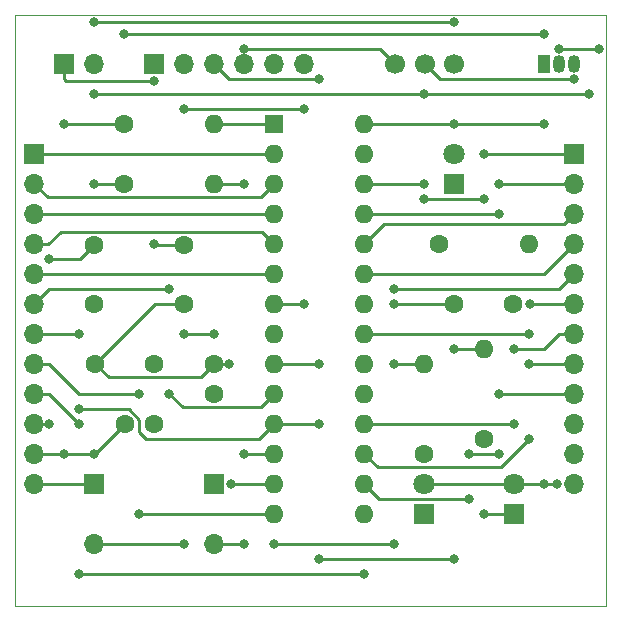
<source format=gbr>
%TF.GenerationSoftware,KiCad,Pcbnew,7.0.1-0*%
%TF.CreationDate,2023-04-17T19:21:01-05:00*%
%TF.ProjectId,project,70726f6a-6563-4742-9e6b-696361645f70,rev?*%
%TF.SameCoordinates,Original*%
%TF.FileFunction,Copper,L1,Top*%
%TF.FilePolarity,Positive*%
%FSLAX46Y46*%
G04 Gerber Fmt 4.6, Leading zero omitted, Abs format (unit mm)*
G04 Created by KiCad (PCBNEW 7.0.1-0) date 2023-04-17 19:21:01*
%MOMM*%
%LPD*%
G01*
G04 APERTURE LIST*
%TA.AperFunction,ComponentPad*%
%ADD10R,1.700000X1.700000*%
%TD*%
%TA.AperFunction,ComponentPad*%
%ADD11O,1.700000X1.700000*%
%TD*%
%TA.AperFunction,ComponentPad*%
%ADD12R,1.050000X1.500000*%
%TD*%
%TA.AperFunction,ComponentPad*%
%ADD13O,1.050000X1.500000*%
%TD*%
%TA.AperFunction,ComponentPad*%
%ADD14C,1.700000*%
%TD*%
%TA.AperFunction,ComponentPad*%
%ADD15C,1.600000*%
%TD*%
%TA.AperFunction,ComponentPad*%
%ADD16O,1.600000X1.600000*%
%TD*%
%TA.AperFunction,ComponentPad*%
%ADD17R,1.600000X1.600000*%
%TD*%
%TA.AperFunction,ComponentPad*%
%ADD18R,1.800000X1.800000*%
%TD*%
%TA.AperFunction,ComponentPad*%
%ADD19C,1.800000*%
%TD*%
%TA.AperFunction,ViaPad*%
%ADD20C,0.800000*%
%TD*%
%TA.AperFunction,Conductor*%
%ADD21C,0.250000*%
%TD*%
%TA.AperFunction,Profile*%
%ADD22C,0.100000*%
%TD*%
G04 APERTURE END LIST*
D10*
%TO.P,U3,1*%
%TO.N,unconnected-(U3-Pad1)*%
X111760000Y-104140000D03*
D11*
%TO.P,U3,2,U1TX*%
%TO.N,/U1TX*%
X114300000Y-104140000D03*
%TO.P,U3,3,U1RX*%
%TO.N,/U1RX*%
X116840000Y-104140000D03*
%TO.P,U3,4,5V*%
%TO.N,+5V*%
X119380000Y-104140000D03*
%TO.P,U3,5*%
%TO.N,unconnected-(U3-Pad5)*%
X121920000Y-104140000D03*
%TO.P,U3,6,GND*%
%TO.N,GND*%
X124460000Y-104140000D03*
%TD*%
D12*
%TO.P,U2,1,VO*%
%TO.N,+3.3V*%
X144780000Y-104140000D03*
D13*
%TO.P,U2,2,GND*%
%TO.N,GND*%
X146050000Y-104140000D03*
%TO.P,U2,3,VI*%
%TO.N,/Vin*%
X147320000Y-104140000D03*
%TD*%
D14*
%TO.P,SW3,1,A*%
%TO.N,+5V*%
X132160000Y-104140000D03*
%TO.P,SW3,2,B*%
%TO.N,/Vin*%
X134660000Y-104140000D03*
%TO.P,SW3,3,C*%
%TO.N,Net-(Battery1-1)*%
X137160000Y-104140000D03*
%TD*%
D10*
%TO.P,SW2,1,1*%
%TO.N,GND*%
X116840000Y-139700000D03*
D11*
%TO.P,SW2,2,2*%
%TO.N,/USER*%
X116840000Y-144780000D03*
%TD*%
D10*
%TO.P,SW1,1,1*%
%TO.N,GND*%
X106680000Y-139700000D03*
D11*
%TO.P,SW1,2,2*%
%TO.N,/MCLR*%
X106680000Y-144780000D03*
%TD*%
D10*
%TO.P,Right1,1*%
%TO.N,/B15*%
X147320000Y-111760000D03*
D11*
%TO.P,Right1,2*%
%TO.N,/B14*%
X147320000Y-114300000D03*
%TO.P,Right1,3*%
%TO.N,/B13*%
X147320000Y-116840000D03*
%TO.P,Right1,4*%
%TO.N,/B12*%
X147320000Y-119380000D03*
%TO.P,Right1,5*%
%TO.N,/B11*%
X147320000Y-121920000D03*
%TO.P,Right1,6*%
%TO.N,/B10*%
X147320000Y-124460000D03*
%TO.P,Right1,7*%
%TO.N,/B9*%
X147320000Y-127000000D03*
%TO.P,Right1,8*%
%TO.N,/B8*%
X147320000Y-129540000D03*
%TO.P,Right1,9*%
%TO.N,/B7*%
X147320000Y-132080000D03*
%TO.P,Right1,10*%
%TO.N,/Vin*%
X147320000Y-134620000D03*
%TO.P,Right1,11*%
%TO.N,+3.3V*%
X147320000Y-137160000D03*
%TO.P,Right1,12*%
%TO.N,GND*%
X147320000Y-139700000D03*
%TD*%
D15*
%TO.P,R5,1*%
%TO.N,Net-(D3-K)*%
X135890000Y-119380000D03*
D16*
%TO.P,R5,2*%
%TO.N,GND*%
X143510000Y-119380000D03*
%TD*%
D15*
%TO.P,R4,1*%
%TO.N,Net-(D2-K)*%
X134620000Y-137160000D03*
D16*
%TO.P,R4,2*%
%TO.N,/YLW_LED*%
X134620000Y-129540000D03*
%TD*%
D15*
%TO.P,R3,1*%
%TO.N,Net-(D1-K)*%
X139700000Y-135890000D03*
D16*
%TO.P,R3,2*%
%TO.N,/GRN_LED*%
X139700000Y-128270000D03*
%TD*%
D15*
%TO.P,R2,1*%
%TO.N,+3.3V*%
X109220000Y-114300000D03*
D16*
%TO.P,R2,2*%
%TO.N,/USER*%
X116840000Y-114300000D03*
%TD*%
D15*
%TO.P,R1,1*%
%TO.N,+3.3V*%
X109220000Y-109220000D03*
D16*
%TO.P,R1,2*%
%TO.N,/MCLR*%
X116840000Y-109220000D03*
%TD*%
D17*
%TO.P,PIC1,1,~{MCLR}*%
%TO.N,/MCLR*%
X121920000Y-109220000D03*
D16*
%TO.P,PIC1,2,A0*%
%TO.N,/A0*%
X121920000Y-111760000D03*
%TO.P,PIC1,3,A1*%
%TO.N,/A1*%
X121920000Y-114300000D03*
%TO.P,PIC1,4,B0*%
%TO.N,/B0*%
X121920000Y-116840000D03*
%TO.P,PIC1,5,B1*%
%TO.N,/B1*%
X121920000Y-119380000D03*
%TO.P,PIC1,6,B2*%
%TO.N,/B2*%
X121920000Y-121920000D03*
%TO.P,PIC1,7,B3*%
%TO.N,/U1TX*%
X121920000Y-124460000D03*
%TO.P,PIC1,8,Vss*%
%TO.N,GND*%
X121920000Y-127000000D03*
%TO.P,PIC1,9,A2*%
%TO.N,/U1RX*%
X121920000Y-129540000D03*
%TO.P,PIC1,10,A3*%
%TO.N,/A3*%
X121920000Y-132080000D03*
%TO.P,PIC1,11,B4*%
%TO.N,/GRN_LED*%
X121920000Y-134620000D03*
%TO.P,PIC1,12,A4*%
%TO.N,/USER*%
X121920000Y-137160000D03*
%TO.P,PIC1,13,Vdd*%
%TO.N,+3.3V*%
X121920000Y-139700000D03*
%TO.P,PIC1,14,B5*%
%TO.N,/YLW_LED*%
X121920000Y-142240000D03*
%TO.P,PIC1,15,B6*%
%TO.N,/B6*%
X129540000Y-142240000D03*
%TO.P,PIC1,16,B7*%
%TO.N,/B7*%
X129540000Y-139700000D03*
%TO.P,PIC1,17,B8*%
%TO.N,/B8*%
X129540000Y-137160000D03*
%TO.P,PIC1,18,B9*%
%TO.N,/B9*%
X129540000Y-134620000D03*
%TO.P,PIC1,19,Vss*%
%TO.N,GND*%
X129540000Y-132080000D03*
%TO.P,PIC1,20,Vcap*%
%TO.N,Net-(PIC1-Vcap)*%
X129540000Y-129540000D03*
%TO.P,PIC1,21,B10*%
%TO.N,/B10*%
X129540000Y-127000000D03*
%TO.P,PIC1,22,B11*%
%TO.N,/B11*%
X129540000Y-124460000D03*
%TO.P,PIC1,23,B12*%
%TO.N,/B12*%
X129540000Y-121920000D03*
%TO.P,PIC1,24,B13*%
%TO.N,/B13*%
X129540000Y-119380000D03*
%TO.P,PIC1,25,B14*%
%TO.N,/B14*%
X129540000Y-116840000D03*
%TO.P,PIC1,26,B15*%
%TO.N,/B15*%
X129540000Y-114300000D03*
%TO.P,PIC1,27,AVss*%
%TO.N,GND*%
X129540000Y-111760000D03*
%TO.P,PIC1,28,AVdd*%
%TO.N,+3.3V*%
X129540000Y-109220000D03*
%TD*%
D10*
%TO.P,Left1,1*%
%TO.N,/A0*%
X101600000Y-111760000D03*
D11*
%TO.P,Left1,2*%
%TO.N,/A1*%
X101600000Y-114300000D03*
%TO.P,Left1,3*%
%TO.N,/B0*%
X101600000Y-116840000D03*
%TO.P,Left1,4*%
%TO.N,/B1*%
X101600000Y-119380000D03*
%TO.P,Left1,5*%
%TO.N,/B2*%
X101600000Y-121920000D03*
%TO.P,Left1,6*%
%TO.N,/A3*%
X101600000Y-124460000D03*
%TO.P,Left1,7*%
%TO.N,/GRN_LED*%
X101600000Y-127000000D03*
%TO.P,Left1,8*%
%TO.N,/YLW_LED*%
X101600000Y-129540000D03*
%TO.P,Left1,9*%
%TO.N,/B6*%
X101600000Y-132080000D03*
%TO.P,Left1,10*%
%TO.N,/Vin*%
X101600000Y-134620000D03*
%TO.P,Left1,11*%
%TO.N,+3.3V*%
X101600000Y-137160000D03*
%TO.P,Left1,12*%
%TO.N,GND*%
X101600000Y-139700000D03*
%TD*%
D18*
%TO.P,D3,1,K*%
%TO.N,Net-(D3-K)*%
X137160000Y-114300000D03*
D19*
%TO.P,D3,2,A*%
%TO.N,+3.3V*%
X137160000Y-111760000D03*
%TD*%
D18*
%TO.P,D2,1,K*%
%TO.N,Net-(D2-K)*%
X134620000Y-142240000D03*
D19*
%TO.P,D2,2,A*%
%TO.N,+3.3V*%
X134620000Y-139700000D03*
%TD*%
D18*
%TO.P,D1,1,K*%
%TO.N,Net-(D1-K)*%
X142240000Y-142240000D03*
D19*
%TO.P,D1,2,A*%
%TO.N,+3.3V*%
X142240000Y-139700000D03*
%TD*%
D15*
%TO.P,C6,1*%
%TO.N,/Vin*%
X106680000Y-119460000D03*
%TO.P,C6,2*%
%TO.N,GND*%
X106680000Y-124460000D03*
%TD*%
%TO.P,C5,2*%
%TO.N,GND*%
X111760000Y-129540000D03*
%TO.P,C5,1*%
%TO.N,+3.3V*%
X106760000Y-129540000D03*
%TD*%
%TO.P,C4,2*%
%TO.N,GND*%
X114300000Y-119460000D03*
%TO.P,C4,1*%
%TO.N,+3.3V*%
X114300000Y-124460000D03*
%TD*%
%TO.P,C3,1*%
%TO.N,Net-(PIC1-Vcap)*%
X137160000Y-124460000D03*
%TO.P,C3,2*%
%TO.N,GND*%
X142160000Y-124460000D03*
%TD*%
%TO.P,C2,1*%
%TO.N,+3.3V*%
X109260000Y-134620000D03*
%TO.P,C2,2*%
%TO.N,GND*%
X111760000Y-134620000D03*
%TD*%
%TO.P,C1,1*%
%TO.N,GND*%
X116840000Y-132080000D03*
%TO.P,C1,2*%
%TO.N,+3.3V*%
X116840000Y-129580000D03*
%TD*%
D10*
%TO.P,Battery1,1*%
%TO.N,GND*%
X104140000Y-104140000D03*
D11*
%TO.P,Battery1,2*%
%TO.N,Net-(Battery1-1)*%
X106680000Y-104140000D03*
%TD*%
D20*
%TO.N,GND*%
X111760000Y-119380000D03*
X111760000Y-105589502D03*
%TO.N,Net-(Battery1-1)*%
X106680000Y-100559500D03*
X137160000Y-100559500D03*
%TO.N,+5V*%
X119380000Y-102870000D03*
%TO.N,/Vin*%
X147320000Y-105410000D03*
%TO.N,+3.3V*%
X118110000Y-129540000D03*
X118289502Y-139700000D03*
%TO.N,/U1RX*%
X125730000Y-105410000D03*
X125730000Y-129540000D03*
%TO.N,/U1TX*%
X114300000Y-107950000D03*
X124460000Y-124460000D03*
X124460000Y-107950000D03*
%TO.N,GND*%
X146050000Y-102870000D03*
X149440500Y-102870000D03*
%TO.N,+3.3V*%
X145870497Y-139700000D03*
%TO.N,/Vin*%
X148590000Y-106680000D03*
%TO.N,/B7*%
X140970000Y-137160000D03*
X138430000Y-140970000D03*
X140970000Y-132080000D03*
X138430000Y-137160000D03*
%TO.N,/B8*%
X143510000Y-135890000D03*
X143510000Y-129540000D03*
%TO.N,/B9*%
X142240000Y-134620000D03*
X142240000Y-128270000D03*
%TO.N,/B10*%
X143510000Y-127000000D03*
X143559503Y-124460000D03*
%TO.N,/B11*%
X132080000Y-123190000D03*
%TO.N,/B14*%
X140970000Y-116840000D03*
X140970000Y-114300000D03*
%TO.N,/B15*%
X139700000Y-115570000D03*
X139700000Y-111760000D03*
X134620000Y-114300000D03*
X134620000Y-115570000D03*
%TO.N,+3.3V*%
X144780000Y-101600000D03*
X109220000Y-101600000D03*
%TO.N,/Vin*%
X102870000Y-134620000D03*
X102870000Y-120650000D03*
%TO.N,/B6*%
X105410000Y-147320000D03*
X129540000Y-147320000D03*
X105410000Y-134620000D03*
%TO.N,/YLW_LED*%
X110490000Y-142240000D03*
X110490000Y-132080000D03*
%TO.N,/GRN_LED*%
X105410000Y-133350000D03*
X105410000Y-127000000D03*
%TO.N,/A3*%
X113030000Y-132080000D03*
X113030000Y-123190000D03*
%TO.N,/GRN_LED*%
X125730000Y-134620000D03*
X137160000Y-146050000D03*
X125730000Y-146050000D03*
X137160000Y-128270000D03*
%TO.N,/YLW_LED*%
X121920000Y-144780000D03*
X132080000Y-129540000D03*
X132080000Y-144780000D03*
%TO.N,+3.3V*%
X144780000Y-139700000D03*
%TO.N,Net-(D1-K)*%
X139700000Y-142240000D03*
%TO.N,Net-(PIC1-Vcap)*%
X132080000Y-124460000D03*
%TO.N,+3.3V*%
X144780000Y-109220000D03*
X137160000Y-109220000D03*
%TO.N,/Vin*%
X134620000Y-106680000D03*
X106680000Y-106680000D03*
%TO.N,/MCLR*%
X116840000Y-127000000D03*
X114300000Y-144780000D03*
X114300000Y-127000000D03*
%TO.N,/USER*%
X119380000Y-144780000D03*
X119380000Y-137160000D03*
X119380000Y-114300000D03*
%TO.N,+3.3V*%
X106680000Y-114300000D03*
X106680000Y-137160000D03*
X104140000Y-109220000D03*
X104140000Y-137160000D03*
%TD*%
D21*
%TO.N,+3.3V*%
X118289502Y-139700000D02*
X121920000Y-139700000D01*
X142240000Y-139700000D02*
X145870497Y-139700000D01*
X142240000Y-139700000D02*
X144780000Y-139700000D01*
%TO.N,GND*%
X104140000Y-105410000D02*
X104319502Y-105589502D01*
X104140000Y-104140000D02*
X104140000Y-105410000D01*
X104140000Y-105410000D02*
X104140000Y-105315000D01*
%TO.N,/B15*%
X139700000Y-111760000D02*
X147320000Y-111760000D01*
%TO.N,/B14*%
X140970000Y-114300000D02*
X147320000Y-114300000D01*
%TO.N,/B13*%
X146489150Y-117670850D02*
X147320000Y-116840000D01*
%TO.N,/B12*%
X129540000Y-121920000D02*
X144780000Y-121920000D01*
X144780000Y-121920000D02*
X147320000Y-119380000D01*
%TO.N,/B11*%
X132080000Y-123190000D02*
X146050000Y-123190000D01*
X146050000Y-123190000D02*
X147320000Y-121920000D01*
%TO.N,/B10*%
X143559503Y-124460000D02*
X147320000Y-124460000D01*
%TO.N,/B9*%
X146050000Y-127000000D02*
X147320000Y-127000000D01*
%TO.N,/B8*%
X143510000Y-129540000D02*
X147320000Y-129540000D01*
%TO.N,/B7*%
X147320000Y-132080000D02*
X146050000Y-132080000D01*
%TO.N,GND*%
X101600000Y-139700000D02*
X106680000Y-139700000D01*
%TO.N,+3.3V*%
X102870000Y-137160000D02*
X102775000Y-137160000D01*
X106680000Y-137160000D02*
X102870000Y-137160000D01*
X102870000Y-137160000D02*
X101600000Y-137160000D01*
%TO.N,/Vin*%
X102870000Y-134620000D02*
X101600000Y-134620000D01*
%TO.N,/B6*%
X102870000Y-132080000D02*
X101600000Y-132080000D01*
%TO.N,/YLW_LED*%
X102870000Y-129540000D02*
X101600000Y-129540000D01*
%TO.N,/GRN_LED*%
X105410000Y-127000000D02*
X101600000Y-127000000D01*
%TO.N,/A3*%
X113030000Y-123190000D02*
X102870000Y-123190000D01*
X102870000Y-123190000D02*
X101600000Y-124460000D01*
%TO.N,/B2*%
X121920000Y-121920000D02*
X101600000Y-121920000D01*
%TO.N,/Vin*%
X102870000Y-120650000D02*
X105490000Y-120650000D01*
X105490000Y-120650000D02*
X106680000Y-119460000D01*
%TO.N,/B1*%
X121920000Y-119380000D02*
X120875000Y-118335000D01*
X120875000Y-118335000D02*
X103820000Y-118335000D01*
X103820000Y-118335000D02*
X102775000Y-119380000D01*
X102775000Y-119380000D02*
X101600000Y-119380000D01*
%TO.N,/B0*%
X101600000Y-116840000D02*
X121920000Y-116840000D01*
%TO.N,/A1*%
X121920000Y-114300000D02*
X120795000Y-115425000D01*
X120795000Y-115425000D02*
X102725000Y-115425000D01*
X102725000Y-115425000D02*
X101600000Y-114300000D01*
%TO.N,/A0*%
X121920000Y-111760000D02*
X101600000Y-111760000D01*
%TO.N,GND*%
X111760000Y-105589502D02*
X104319502Y-105589502D01*
X114300000Y-119460000D02*
X111840000Y-119460000D01*
X111840000Y-119460000D02*
X111760000Y-119380000D01*
%TO.N,Net-(Battery1-1)*%
X106680000Y-100559500D02*
X137160000Y-100559500D01*
%TO.N,+5V*%
X119380000Y-102870000D02*
X130890000Y-102870000D01*
X130890000Y-102870000D02*
X132160000Y-104140000D01*
%TO.N,/Vin*%
X147320000Y-105410000D02*
X135930000Y-105410000D01*
X135930000Y-105410000D02*
X134660000Y-104140000D01*
%TO.N,+3.3V*%
X118070000Y-129580000D02*
X118110000Y-129540000D01*
X116840000Y-129580000D02*
X118070000Y-129580000D01*
%TO.N,/U1RX*%
X121920000Y-129540000D02*
X125730000Y-129540000D01*
X125730000Y-105410000D02*
X118110000Y-105410000D01*
X118110000Y-105410000D02*
X116840000Y-104140000D01*
%TO.N,/U1TX*%
X124460000Y-107950000D02*
X114300000Y-107950000D01*
X121920000Y-124460000D02*
X124460000Y-124460000D01*
%TO.N,GND*%
X146050000Y-102870000D02*
X149440500Y-102870000D01*
%TO.N,/Vin*%
X134620000Y-106680000D02*
X148590000Y-106680000D01*
%TO.N,/B7*%
X140970000Y-132080000D02*
X146050000Y-132080000D01*
X130810000Y-140970000D02*
X138430000Y-140970000D01*
X129540000Y-139700000D02*
X130810000Y-140970000D01*
X138430000Y-137160000D02*
X140970000Y-137160000D01*
%TO.N,/B8*%
X141115000Y-138285000D02*
X143510000Y-135890000D01*
X130665000Y-138285000D02*
X141115000Y-138285000D01*
X129540000Y-137160000D02*
X130665000Y-138285000D01*
%TO.N,/B9*%
X144780000Y-128270000D02*
X146050000Y-127000000D01*
X142240000Y-128270000D02*
X144780000Y-128270000D01*
X129540000Y-134620000D02*
X142240000Y-134620000D01*
%TO.N,/B10*%
X129540000Y-127000000D02*
X143510000Y-127000000D01*
%TO.N,/B13*%
X131249150Y-117670850D02*
X146489150Y-117670850D01*
X129540000Y-119380000D02*
X131249150Y-117670850D01*
%TO.N,/B14*%
X129540000Y-116840000D02*
X140970000Y-116840000D01*
%TO.N,/B15*%
X134620000Y-115570000D02*
X139700000Y-115570000D01*
X129540000Y-114300000D02*
X134620000Y-114300000D01*
%TO.N,+3.3V*%
X109220000Y-101600000D02*
X144780000Y-101600000D01*
%TO.N,/B6*%
X105410000Y-134620000D02*
X102870000Y-132080000D01*
X129540000Y-147320000D02*
X105410000Y-147320000D01*
%TO.N,/YLW_LED*%
X105410000Y-132080000D02*
X102870000Y-129540000D01*
X110490000Y-132080000D02*
X105410000Y-132080000D01*
X121920000Y-142240000D02*
X110490000Y-142240000D01*
%TO.N,/GRN_LED*%
X109580991Y-133350000D02*
X105410000Y-133350000D01*
X110490000Y-135290512D02*
X110490000Y-134259009D01*
X121920000Y-134620000D02*
X120650000Y-135890000D01*
X111089488Y-135890000D02*
X110490000Y-135290512D01*
X110490000Y-134259009D02*
X109580991Y-133350000D01*
X120650000Y-135890000D02*
X111089488Y-135890000D01*
%TO.N,/A3*%
X120795000Y-133205000D02*
X114155000Y-133205000D01*
X114155000Y-133205000D02*
X113030000Y-132080000D01*
X121920000Y-132080000D02*
X120795000Y-133205000D01*
%TO.N,/GRN_LED*%
X125730000Y-134620000D02*
X121920000Y-134620000D01*
X139700000Y-128270000D02*
X137160000Y-128270000D01*
X137160000Y-146050000D02*
X125730000Y-146050000D01*
%TO.N,/YLW_LED*%
X132080000Y-144780000D02*
X121920000Y-144780000D01*
X134620000Y-129540000D02*
X132080000Y-129540000D01*
%TO.N,+3.3V*%
X134620000Y-139700000D02*
X142240000Y-139700000D01*
%TO.N,Net-(D1-K)*%
X139700000Y-142240000D02*
X142240000Y-142240000D01*
%TO.N,Net-(PIC1-Vcap)*%
X137160000Y-124460000D02*
X132080000Y-124460000D01*
%TO.N,+3.3V*%
X144780000Y-109220000D02*
X137160000Y-109220000D01*
X129540000Y-109220000D02*
X137160000Y-109220000D01*
%TO.N,/Vin*%
X106680000Y-106680000D02*
X134620000Y-106680000D01*
%TO.N,+3.3V*%
X116840000Y-129580000D02*
X115755000Y-130665000D01*
X115755000Y-130665000D02*
X107885000Y-130665000D01*
X107885000Y-130665000D02*
X106760000Y-129540000D01*
X114300000Y-124460000D02*
X111840000Y-124460000D01*
X111840000Y-124460000D02*
X106760000Y-129540000D01*
X109260000Y-134620000D02*
X106720000Y-137160000D01*
X106720000Y-137160000D02*
X106680000Y-137160000D01*
%TO.N,/MCLR*%
X106680000Y-144780000D02*
X114300000Y-144780000D01*
X114300000Y-127000000D02*
X116840000Y-127000000D01*
%TO.N,/USER*%
X116840000Y-144780000D02*
X119380000Y-144780000D01*
X116840000Y-114300000D02*
X119380000Y-114300000D01*
X119380000Y-137160000D02*
X121920000Y-137160000D01*
%TO.N,/MCLR*%
X116840000Y-109220000D02*
X121920000Y-109220000D01*
%TO.N,+3.3V*%
X109220000Y-114300000D02*
X106680000Y-114300000D01*
X104140000Y-137160000D02*
X102775000Y-137160000D01*
X109220000Y-109220000D02*
X104140000Y-109220000D01*
%TD*%
D22*
X150000000Y-100000000D02*
X100000000Y-100000000D01*
X150000000Y-150000000D02*
X100000000Y-150000000D01*
X100000000Y-100000000D02*
X100000000Y-150000000D01*
X150000000Y-100000000D02*
X150000000Y-150000000D01*
M02*

</source>
